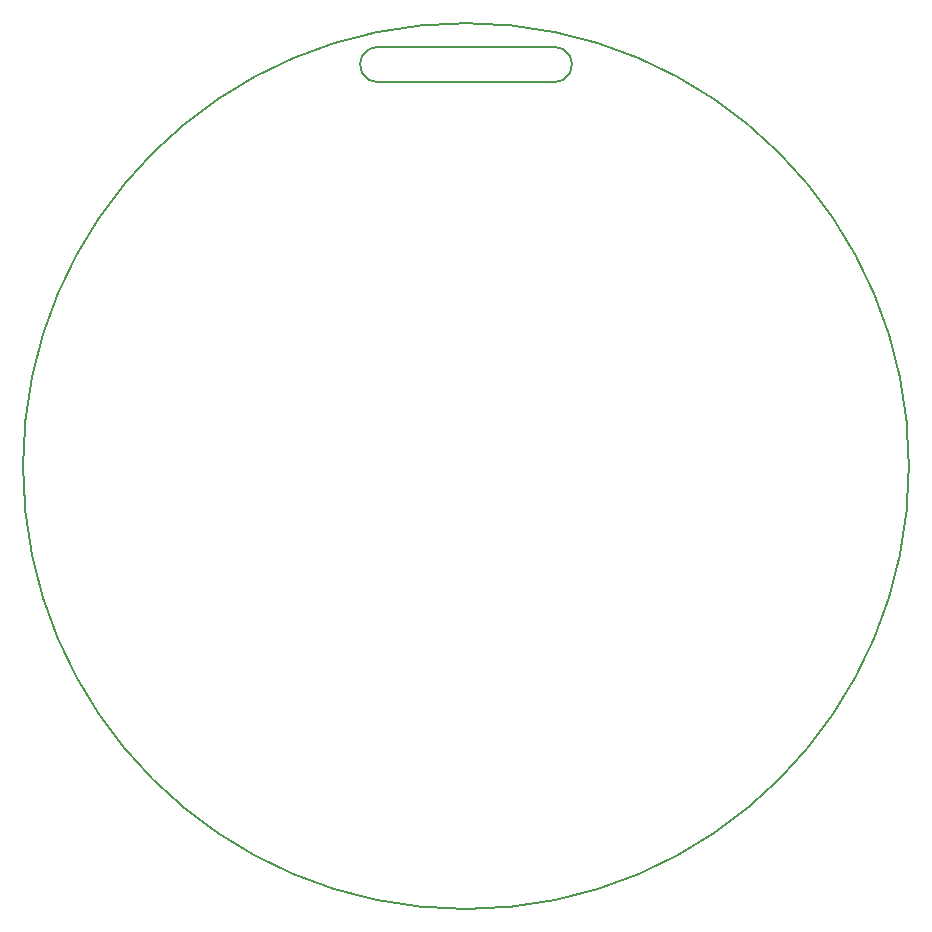
<source format=gbr>
%TF.GenerationSoftware,Novarm,DipTrace,3.0.0.2*%
%TF.CreationDate,2016-12-19T10:05:59+01:00*%
%FSLAX26Y26*%
%MOIN*%
%TF.FileFunction,Profile*%
%TF.Part,Single*%
%ADD11C,0.005512*%
G75*
G01*
%LPD*%
X3346457Y1870079D2*
D11*
G02X393701Y1870079I-1476378J0D01*
G01*
G02X3346457Y1870079I1476378J0D01*
G01*
D3*
X2165748Y3267717D2*
X1575197D1*
X1545669Y3259804D1*
X1524054Y3238188D1*
X1516142Y3208660D1*
X1524054Y3179133D1*
X1545671Y3157517D1*
X1575198Y3149605D1*
X2165748Y3149606D1*
X2195276Y3157518D1*
X2216891Y3179133D1*
X2224803Y3208660D1*
X2216891Y3238188D1*
X2195277Y3259803D1*
X2165749Y3267715D1*
M02*

</source>
